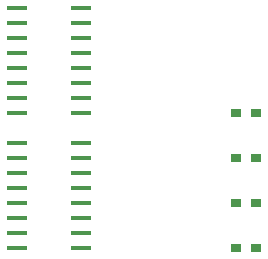
<source format=gtp>
G04 DipTrace 2.3.1.0*
%INminishiftjig_TopPaste.gtp*%
%MOIN*%
%ADD28R,0.0354X0.0315*%
%ADD32R,0.0709X0.0157*%
%FSLAX44Y44*%
G04*
G70*
G90*
G75*
G01*
%LNTopPaste*%
%LPD*%
D32*
X14750Y8437D3*
Y8937D3*
Y9437D3*
Y9937D3*
Y10437D3*
Y10937D3*
Y11437D3*
Y11937D3*
X12624D3*
Y11437D3*
Y10937D3*
Y10437D3*
Y9937D3*
Y9437D3*
Y8937D3*
Y8437D3*
Y16437D3*
Y15937D3*
Y15437D3*
Y14937D3*
Y14437D3*
Y13937D3*
Y13437D3*
Y12937D3*
X14750D3*
Y13437D3*
Y13937D3*
Y14437D3*
Y14937D3*
Y15437D3*
Y15937D3*
Y16437D3*
D28*
X19937Y9937D3*
X20606D3*
X19937Y11437D3*
X20606D3*
X19937Y8437D3*
X20606D3*
X19937Y12937D3*
X20606D3*
M02*

</source>
